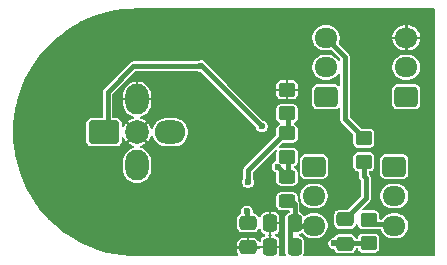
<source format=gbr>
%TF.GenerationSoftware,KiCad,Pcbnew,9.0.4*%
%TF.CreationDate,2025-12-19T12:51:36+01:00*%
%TF.ProjectId,neverx_daugther,6e657665-7278-45f6-9461-756774686572,rev?*%
%TF.SameCoordinates,Original*%
%TF.FileFunction,Copper,L1,Top*%
%TF.FilePolarity,Positive*%
%FSLAX46Y46*%
G04 Gerber Fmt 4.6, Leading zero omitted, Abs format (unit mm)*
G04 Created by KiCad (PCBNEW 9.0.4) date 2025-12-19 12:51:36*
%MOMM*%
%LPD*%
G01*
G04 APERTURE LIST*
G04 Aperture macros list*
%AMRoundRect*
0 Rectangle with rounded corners*
0 $1 Rounding radius*
0 $2 $3 $4 $5 $6 $7 $8 $9 X,Y pos of 4 corners*
0 Add a 4 corners polygon primitive as box body*
4,1,4,$2,$3,$4,$5,$6,$7,$8,$9,$2,$3,0*
0 Add four circle primitives for the rounded corners*
1,1,$1+$1,$2,$3*
1,1,$1+$1,$4,$5*
1,1,$1+$1,$6,$7*
1,1,$1+$1,$8,$9*
0 Add four rect primitives between the rounded corners*
20,1,$1+$1,$2,$3,$4,$5,0*
20,1,$1+$1,$4,$5,$6,$7,0*
20,1,$1+$1,$6,$7,$8,$9,0*
20,1,$1+$1,$8,$9,$2,$3,0*%
G04 Aperture macros list end*
%TA.AperFunction,SMDPad,CuDef*%
%ADD10RoundRect,0.250000X0.450000X-0.350000X0.450000X0.350000X-0.450000X0.350000X-0.450000X-0.350000X0*%
%TD*%
%TA.AperFunction,SMDPad,CuDef*%
%ADD11RoundRect,0.250000X-0.475000X0.337500X-0.475000X-0.337500X0.475000X-0.337500X0.475000X0.337500X0*%
%TD*%
%TA.AperFunction,SMDPad,CuDef*%
%ADD12RoundRect,0.250000X0.475000X-0.337500X0.475000X0.337500X-0.475000X0.337500X-0.475000X-0.337500X0*%
%TD*%
%TA.AperFunction,SMDPad,CuDef*%
%ADD13RoundRect,0.250000X0.337500X0.475000X-0.337500X0.475000X-0.337500X-0.475000X0.337500X-0.475000X0*%
%TD*%
%TA.AperFunction,SMDPad,CuDef*%
%ADD14RoundRect,0.250000X0.450000X-0.325000X0.450000X0.325000X-0.450000X0.325000X-0.450000X-0.325000X0*%
%TD*%
%TA.AperFunction,ComponentPad*%
%ADD15RoundRect,0.300000X-1.000000X-0.700000X1.000000X-0.700000X1.000000X0.700000X-1.000000X0.700000X0*%
%TD*%
%TA.AperFunction,ComponentPad*%
%ADD16RoundRect,1.000000X0.000010X-0.300000X0.000010X0.300000X-0.000010X0.300000X-0.000010X-0.300000X0*%
%TD*%
%TA.AperFunction,ComponentPad*%
%ADD17RoundRect,1.000000X-0.300000X-0.000010X0.300000X-0.000010X0.300000X0.000010X-0.300000X0.000010X0*%
%TD*%
%TA.AperFunction,ComponentPad*%
%ADD18RoundRect,1.000000X-0.000010X0.300000X-0.000010X-0.300000X0.000010X-0.300000X0.000010X0.300000X0*%
%TD*%
%TA.AperFunction,ComponentPad*%
%ADD19C,2.000000*%
%TD*%
%TA.AperFunction,ComponentPad*%
%ADD20RoundRect,0.250000X0.725000X-0.600000X0.725000X0.600000X-0.725000X0.600000X-0.725000X-0.600000X0*%
%TD*%
%TA.AperFunction,ComponentPad*%
%ADD21O,1.950000X1.700000*%
%TD*%
%TA.AperFunction,ComponentPad*%
%ADD22RoundRect,0.250000X-0.725000X0.600000X-0.725000X-0.600000X0.725000X-0.600000X0.725000X0.600000X0*%
%TD*%
%TA.AperFunction,ViaPad*%
%ADD23C,0.600000*%
%TD*%
%TA.AperFunction,Conductor*%
%ADD24C,0.400000*%
%TD*%
G04 APERTURE END LIST*
D10*
%TO.P,R4,1*%
%TO.N,Net-(U1-INA-)*%
X119200000Y-102500000D03*
%TO.P,R4,2*%
%TO.N,A-*%
X119200000Y-100500000D03*
%TD*%
%TO.P,R3,1*%
%TO.N,Net-(U1-INA+)*%
X119600000Y-109400000D03*
%TO.P,R3,2*%
%TO.N,A+*%
X119600000Y-107400000D03*
%TD*%
D11*
%TO.P,C6,1*%
%TO.N,Net-(U1-VBG)*%
X109400000Y-107662500D03*
%TO.P,C6,2*%
%TO.N,E-*%
X109400000Y-109737500D03*
%TD*%
D10*
%TO.P,R2,1*%
%TO.N,Net-(U1-VFB)*%
X112700000Y-98400000D03*
%TO.P,R2,2*%
%TO.N,E-*%
X112700000Y-96400000D03*
%TD*%
D12*
%TO.P,C7,1*%
%TO.N,Net-(U1-INA+)*%
X117600000Y-109437500D03*
%TO.P,C7,2*%
%TO.N,Net-(U1-INA-)*%
X117600000Y-107362500D03*
%TD*%
D13*
%TO.P,C5,1*%
%TO.N,E+*%
X113337500Y-109700000D03*
%TO.P,C5,2*%
%TO.N,E-*%
X111262500Y-109700000D03*
%TD*%
%TO.P,C4,1*%
%TO.N,E+*%
X113337500Y-107700000D03*
%TO.P,C4,2*%
%TO.N,E-*%
X111262500Y-107700000D03*
%TD*%
D14*
%TO.P,L1,1,1*%
%TO.N,E+*%
X112700000Y-105825000D03*
%TO.P,L1,2,2*%
%TO.N,Net-(Q1-C)*%
X112700000Y-103775000D03*
%TD*%
D10*
%TO.P,R1,1*%
%TO.N,Net-(Q1-C)*%
X112700000Y-102100000D03*
%TO.P,R1,2*%
%TO.N,Net-(U1-VFB)*%
X112700000Y-100100000D03*
%TD*%
D15*
%TO.P,J1,1,Pin_1*%
%TO.N,+5V*%
X97200000Y-100000000D03*
D16*
%TO.P,J1,2,Pin_2*%
%TO.N,E-*%
X100000000Y-97200000D03*
D17*
%TO.P,J1,3,Pin_3*%
%TO.N,Net-(J1-Pin_3)*%
X102800000Y-100000000D03*
D18*
%TO.P,J1,4,Pin_4*%
%TO.N,Net-(J1-Pin_4)*%
X100000000Y-102800000D03*
D19*
%TO.P,J1,5,Pin_5*%
%TO.N,E-*%
X100000000Y-100000000D03*
%TD*%
D20*
%TO.P,J2,1,Pin_1*%
%TO.N,Net-(J2-Pin_1)*%
X122800000Y-97000000D03*
D21*
%TO.P,J2,2,Pin_2*%
%TO.N,Net-(J2-Pin_2)*%
X122800000Y-94500000D03*
%TO.P,J2,3,Pin_3*%
%TO.N,E-*%
X122800000Y-92000000D03*
%TD*%
D22*
%TO.P,J4,1,Pin_1*%
%TO.N,Net-(J2-Pin_1)*%
X121775000Y-102900000D03*
D21*
%TO.P,J4,2,Pin_2*%
%TO.N,Net-(J4-Pin_2)*%
X121775000Y-105400000D03*
%TO.P,J4,3,Pin_3*%
%TO.N,A+*%
X121775000Y-107900000D03*
%TD*%
D22*
%TO.P,J5,1,Pin_1*%
%TO.N,Net-(J3-Pin_1)*%
X114975000Y-102900000D03*
D21*
%TO.P,J5,2,Pin_2*%
%TO.N,Net-(J4-Pin_2)*%
X114975000Y-105400000D03*
%TO.P,J5,3,Pin_3*%
%TO.N,E+*%
X114975000Y-107900000D03*
%TD*%
D20*
%TO.P,J3,1,Pin_1*%
%TO.N,Net-(J3-Pin_1)*%
X116000000Y-97000000D03*
D21*
%TO.P,J3,2,Pin_2*%
%TO.N,Net-(J2-Pin_2)*%
X116000000Y-94500000D03*
%TO.P,J3,3,Pin_3*%
%TO.N,A-*%
X116000000Y-92000000D03*
%TD*%
D23*
%TO.N,E-*%
X120000000Y-96000000D03*
X97750000Y-104250000D03*
X104750000Y-98750000D03*
X124000000Y-104000000D03*
X109000000Y-100000000D03*
X92500000Y-94750000D03*
X111750000Y-90750000D03*
X120750000Y-101250000D03*
X96000000Y-109000000D03*
X108000000Y-103000000D03*
X124000000Y-102000000D03*
X98250000Y-101750000D03*
X124000000Y-99000000D03*
X103750000Y-101500000D03*
X93000000Y-97000000D03*
X100000000Y-91000000D03*
X121750000Y-110000000D03*
X114000000Y-101000000D03*
X95250000Y-108250000D03*
X97000000Y-92000000D03*
X101750000Y-101500000D03*
X117000000Y-101000000D03*
X101000000Y-106000000D03*
X96250000Y-98000000D03*
X101000000Y-108000000D03*
X90750000Y-98750000D03*
X98250000Y-98250000D03*
X110000000Y-92500000D03*
X118000000Y-91000000D03*
X93000000Y-105000000D03*
X124000000Y-110000000D03*
X120000000Y-92000000D03*
X124000000Y-108500000D03*
X114000000Y-95000000D03*
X114000000Y-90500000D03*
X103000000Y-95500000D03*
X111000000Y-94000000D03*
X120250000Y-106250000D03*
X99750000Y-105500000D03*
X94250000Y-92500000D03*
X93250000Y-100750000D03*
X120000000Y-98000000D03*
X108000000Y-106000000D03*
X103750000Y-104250000D03*
X97000000Y-102000000D03*
X116250000Y-106750000D03*
X120250000Y-104250000D03*
X103000000Y-103000000D03*
X113000000Y-92000000D03*
X95000000Y-95000000D03*
X95750000Y-103000000D03*
X117000000Y-104000000D03*
X124000000Y-107000000D03*
X124500000Y-105250000D03*
X104500000Y-95500000D03*
X100250000Y-110000000D03*
X109000000Y-95250000D03*
X107500000Y-105000000D03*
X101250000Y-98750000D03*
X91500000Y-102500000D03*
X114000000Y-97250000D03*
X116250000Y-98750000D03*
X103250000Y-110000000D03*
X113000000Y-93500000D03*
X107500000Y-101750000D03*
X99250000Y-93750000D03*
X104000000Y-93000000D03*
X102000000Y-92000000D03*
X104250000Y-90250000D03*
X110000000Y-91000000D03*
X108000000Y-109000000D03*
%TO.N,+5V*%
X105400000Y-94400000D03*
X110575000Y-99500000D03*
%TO.N,Net-(U1-VBG)*%
X109300000Y-106700000D03*
%TO.N,Net-(U1-INA-)*%
X117600000Y-107562500D03*
%TO.N,Net-(U1-INA+)*%
X116700000Y-109400000D03*
%TO.N,Net-(U1-VFB)*%
X109400000Y-104200000D03*
%TO.N,Net-(Q1-C)*%
X111900000Y-102900000D03*
%TD*%
D24*
%TO.N,+5V*%
X99700000Y-94400000D02*
X103900000Y-94400000D01*
X97500000Y-96600000D02*
X99700000Y-94400000D01*
X97500000Y-100000000D02*
X97500000Y-96600000D01*
X103900000Y-94400000D02*
X105475000Y-94400000D01*
X103900000Y-94400000D02*
X105400000Y-94400000D01*
X105475000Y-94400000D02*
X110575000Y-99500000D01*
%TO.N,E+*%
X113337500Y-107700000D02*
X113337500Y-106062500D01*
X112937500Y-109300000D02*
X112937500Y-108100000D01*
X112800000Y-105925000D02*
X112700000Y-105825000D01*
X113337500Y-109700000D02*
X112937500Y-109300000D01*
X114975000Y-107900000D02*
X113537500Y-107900000D01*
X113537500Y-107900000D02*
X113337500Y-107700000D01*
X113200000Y-105925000D02*
X112800000Y-105925000D01*
X112937500Y-108100000D02*
X113337500Y-107700000D01*
X113337500Y-106062500D02*
X113200000Y-105925000D01*
%TO.N,Net-(U1-VBG)*%
X109300000Y-107562500D02*
X109400000Y-107662500D01*
X109300000Y-106700000D02*
X109300000Y-107562500D01*
%TO.N,Net-(U1-INA-)*%
X119200000Y-103700000D02*
X119200000Y-102500000D01*
X119400000Y-103900000D02*
X119200000Y-103700000D01*
X117600000Y-107362500D02*
X119400000Y-105562500D01*
X119400000Y-105562500D02*
X119400000Y-103900000D01*
%TO.N,Net-(U1-INA+)*%
X116700000Y-109400000D02*
X119600000Y-109400000D01*
%TO.N,Net-(U1-VFB)*%
X112400000Y-100200000D02*
X109400000Y-103200000D01*
X112800000Y-98600000D02*
X112700000Y-98500000D01*
X112800000Y-100000000D02*
X112800000Y-98600000D01*
X112700000Y-98500000D02*
X112700000Y-98400000D01*
X112700000Y-100100000D02*
X112600000Y-100200000D01*
X112600000Y-100200000D02*
X112400000Y-100200000D01*
X109400000Y-103200000D02*
X109400000Y-104200000D01*
X112700000Y-100100000D02*
X112800000Y-100000000D01*
%TO.N,A+*%
X119600000Y-107400000D02*
X120000000Y-107800000D01*
X120000000Y-107800000D02*
X121675000Y-107800000D01*
X121675000Y-107800000D02*
X121775000Y-107900000D01*
%TO.N,A-*%
X119200000Y-100500000D02*
X117600000Y-98900000D01*
X117600000Y-93600000D02*
X116000000Y-92000000D01*
X117600000Y-98900000D02*
X117600000Y-93600000D01*
%TO.N,Net-(Q1-C)*%
X112800000Y-103675000D02*
X112700000Y-103775000D01*
X112800000Y-102300000D02*
X112800000Y-103675000D01*
X112475000Y-103650000D02*
X112475000Y-103475000D01*
X112600000Y-103775000D02*
X112475000Y-103650000D01*
X112475000Y-103475000D02*
X111900000Y-102900000D01*
X112700000Y-102200000D02*
X112800000Y-102300000D01*
X112700000Y-102100000D02*
X112700000Y-102200000D01*
X112700000Y-103775000D02*
X112600000Y-103775000D01*
%TD*%
%TA.AperFunction,Conductor*%
%TO.N,E-*%
G36*
X125158691Y-89519407D02*
G01*
X125194655Y-89568907D01*
X125199500Y-89599500D01*
X125199500Y-110400500D01*
X125180593Y-110458691D01*
X125131093Y-110494655D01*
X125100500Y-110499500D01*
X114178263Y-110499500D01*
X114120072Y-110480593D01*
X114084108Y-110431093D01*
X114084108Y-110369907D01*
X114084819Y-110367802D01*
X114122646Y-110259699D01*
X114125499Y-110229273D01*
X114125500Y-110229273D01*
X114125500Y-109334108D01*
X116199500Y-109334108D01*
X116199500Y-109465892D01*
X116228248Y-109573183D01*
X116233609Y-109593190D01*
X116299496Y-109707309D01*
X116299498Y-109707311D01*
X116299500Y-109707314D01*
X116392686Y-109800500D01*
X116392688Y-109800501D01*
X116392690Y-109800503D01*
X116506810Y-109866390D01*
X116506808Y-109866390D01*
X116506812Y-109866391D01*
X116506814Y-109866392D01*
X116634108Y-109900500D01*
X116634110Y-109900500D01*
X116640376Y-109902179D01*
X116640055Y-109903373D01*
X116689225Y-109926820D01*
X116714529Y-109965940D01*
X116722207Y-109987884D01*
X116802845Y-110097144D01*
X116802847Y-110097146D01*
X116802850Y-110097150D01*
X116802853Y-110097152D01*
X116802855Y-110097154D01*
X116912116Y-110177792D01*
X116912117Y-110177792D01*
X116912118Y-110177793D01*
X117040301Y-110222646D01*
X117070725Y-110225499D01*
X117070727Y-110225500D01*
X117070734Y-110225500D01*
X118129273Y-110225500D01*
X118129273Y-110225499D01*
X118159699Y-110222646D01*
X118287882Y-110177793D01*
X118397150Y-110097150D01*
X118477793Y-109987882D01*
X118520161Y-109866802D01*
X118538038Y-109843322D01*
X118555414Y-109819407D01*
X118556521Y-109819047D01*
X118557226Y-109818122D01*
X118613605Y-109800500D01*
X118620143Y-109800500D01*
X118678334Y-109819407D01*
X118713587Y-109866802D01*
X118747207Y-109962883D01*
X118827845Y-110072144D01*
X118827847Y-110072146D01*
X118827850Y-110072150D01*
X118827853Y-110072152D01*
X118827855Y-110072154D01*
X118937116Y-110152792D01*
X118937117Y-110152792D01*
X118937118Y-110152793D01*
X119065301Y-110197646D01*
X119095725Y-110200499D01*
X119095727Y-110200500D01*
X119095734Y-110200500D01*
X120104273Y-110200500D01*
X120104273Y-110200499D01*
X120134699Y-110197646D01*
X120262882Y-110152793D01*
X120372150Y-110072150D01*
X120452793Y-109962882D01*
X120497646Y-109834699D01*
X120500499Y-109804273D01*
X120500500Y-109804273D01*
X120500500Y-108995727D01*
X120500499Y-108995725D01*
X120499367Y-108983650D01*
X120497646Y-108965301D01*
X120452793Y-108837118D01*
X120448234Y-108830941D01*
X120372154Y-108727855D01*
X120372152Y-108727853D01*
X120372150Y-108727850D01*
X120372146Y-108727847D01*
X120372144Y-108727845D01*
X120262883Y-108647207D01*
X120134703Y-108602355D01*
X120134694Y-108602353D01*
X120104274Y-108599500D01*
X120104266Y-108599500D01*
X119095734Y-108599500D01*
X119095725Y-108599500D01*
X119065305Y-108602353D01*
X119065296Y-108602355D01*
X118937116Y-108647207D01*
X118827855Y-108727845D01*
X118827845Y-108727855D01*
X118747207Y-108837116D01*
X118713587Y-108933198D01*
X118695709Y-108956677D01*
X118678334Y-108980593D01*
X118677226Y-108980952D01*
X118676522Y-108981878D01*
X118620143Y-108999500D01*
X118587361Y-108999500D01*
X118529170Y-108980593D01*
X118493917Y-108933198D01*
X118477793Y-108887118D01*
X118477791Y-108887116D01*
X118477791Y-108887114D01*
X118397154Y-108777855D01*
X118397152Y-108777853D01*
X118397150Y-108777850D01*
X118397146Y-108777847D01*
X118397144Y-108777845D01*
X118287883Y-108697207D01*
X118159703Y-108652355D01*
X118159694Y-108652353D01*
X118129274Y-108649500D01*
X118129266Y-108649500D01*
X117070734Y-108649500D01*
X117070725Y-108649500D01*
X117040305Y-108652353D01*
X117040296Y-108652355D01*
X116912116Y-108697207D01*
X116802855Y-108777845D01*
X116802846Y-108777854D01*
X116742746Y-108859288D01*
X116692979Y-108894881D01*
X116663091Y-108899500D01*
X116634108Y-108899500D01*
X116556200Y-108920375D01*
X116506809Y-108933609D01*
X116392690Y-108999496D01*
X116299496Y-109092690D01*
X116233609Y-109206809D01*
X116233608Y-109206814D01*
X116199500Y-109334108D01*
X114125500Y-109334108D01*
X114125500Y-109170727D01*
X114125499Y-109170725D01*
X114122646Y-109140305D01*
X114122646Y-109140301D01*
X114077793Y-109012118D01*
X114067118Y-108997654D01*
X113997154Y-108902855D01*
X113997152Y-108902853D01*
X113997150Y-108902850D01*
X113997146Y-108902847D01*
X113997144Y-108902845D01*
X113887883Y-108822207D01*
X113805682Y-108793444D01*
X113786173Y-108778590D01*
X113764920Y-108766367D01*
X113762234Y-108760363D01*
X113757002Y-108756379D01*
X113749950Y-108732896D01*
X113739940Y-108710514D01*
X113741296Y-108704078D01*
X113739405Y-108697779D01*
X113747502Y-108674637D01*
X113752560Y-108650644D01*
X113757264Y-108646739D01*
X113759613Y-108640027D01*
X113797961Y-108609627D01*
X113801756Y-108607929D01*
X113887882Y-108577793D01*
X113916709Y-108556517D01*
X113926468Y-108552153D01*
X113946771Y-108549984D01*
X113966142Y-108543529D01*
X113976501Y-108546809D01*
X113987307Y-108545655D01*
X114005007Y-108555834D01*
X114024473Y-108561998D01*
X114036884Y-108572516D01*
X114180345Y-108715977D01*
X114352402Y-108830941D01*
X114543580Y-108910130D01*
X114746535Y-108950500D01*
X114746536Y-108950500D01*
X115203464Y-108950500D01*
X115203465Y-108950500D01*
X115406420Y-108910130D01*
X115597598Y-108830941D01*
X115769655Y-108715977D01*
X115915977Y-108569655D01*
X116030941Y-108397598D01*
X116110130Y-108206420D01*
X116150500Y-108003465D01*
X116150500Y-107796535D01*
X116110130Y-107593580D01*
X116030941Y-107402402D01*
X115915977Y-107230345D01*
X115769655Y-107084023D01*
X115750992Y-107071553D01*
X115719836Y-107050735D01*
X115600092Y-106970725D01*
X116674500Y-106970725D01*
X116674500Y-107754274D01*
X116677353Y-107784694D01*
X116677355Y-107784703D01*
X116722207Y-107912883D01*
X116802845Y-108022144D01*
X116802847Y-108022146D01*
X116802850Y-108022150D01*
X116802853Y-108022152D01*
X116802855Y-108022154D01*
X116912116Y-108102792D01*
X116912117Y-108102792D01*
X116912118Y-108102793D01*
X117040301Y-108147646D01*
X117070725Y-108150499D01*
X117070727Y-108150500D01*
X117070734Y-108150500D01*
X118129273Y-108150500D01*
X118129273Y-108150499D01*
X118159699Y-108147646D01*
X118287882Y-108102793D01*
X118397150Y-108022150D01*
X118477793Y-107912882D01*
X118511041Y-107817863D01*
X118548106Y-107769184D01*
X118606706Y-107751587D01*
X118664458Y-107771795D01*
X118699302Y-107822089D01*
X118701205Y-107829438D01*
X118702354Y-107834702D01*
X118747207Y-107962883D01*
X118827845Y-108072144D01*
X118827847Y-108072146D01*
X118827850Y-108072150D01*
X118827853Y-108072152D01*
X118827855Y-108072154D01*
X118937116Y-108152792D01*
X118937117Y-108152792D01*
X118937118Y-108152793D01*
X119065301Y-108197646D01*
X119095725Y-108200499D01*
X119095727Y-108200500D01*
X119095734Y-108200500D01*
X119947273Y-108200500D01*
X120571268Y-108200500D01*
X120629459Y-108219407D01*
X120662732Y-108261614D01*
X120719058Y-108397597D01*
X120834020Y-108569651D01*
X120834023Y-108569655D01*
X120980345Y-108715977D01*
X121152402Y-108830941D01*
X121343580Y-108910130D01*
X121546535Y-108950500D01*
X121546536Y-108950500D01*
X122003464Y-108950500D01*
X122003465Y-108950500D01*
X122206420Y-108910130D01*
X122397598Y-108830941D01*
X122569655Y-108715977D01*
X122715977Y-108569655D01*
X122830941Y-108397598D01*
X122910130Y-108206420D01*
X122950500Y-108003465D01*
X122950500Y-107796535D01*
X122910130Y-107593580D01*
X122830941Y-107402402D01*
X122715977Y-107230345D01*
X122569655Y-107084023D01*
X122569651Y-107084020D01*
X122397597Y-106969058D01*
X122206418Y-106889869D01*
X122003467Y-106849500D01*
X122003465Y-106849500D01*
X121546535Y-106849500D01*
X121546532Y-106849500D01*
X121343581Y-106889869D01*
X121152402Y-106969058D01*
X120980348Y-107084020D01*
X120834020Y-107230348D01*
X120750397Y-107355501D01*
X120736599Y-107366377D01*
X120726272Y-107380593D01*
X120713167Y-107384850D01*
X120702347Y-107393381D01*
X120668081Y-107399500D01*
X120599500Y-107399500D01*
X120541309Y-107380593D01*
X120505345Y-107331093D01*
X120500500Y-107300500D01*
X120500500Y-106995727D01*
X120500499Y-106995725D01*
X120497646Y-106965301D01*
X120452793Y-106837118D01*
X120442118Y-106822654D01*
X120372154Y-106727855D01*
X120372152Y-106727853D01*
X120372150Y-106727850D01*
X120372146Y-106727847D01*
X120372144Y-106727845D01*
X120262883Y-106647207D01*
X120134703Y-106602355D01*
X120134694Y-106602353D01*
X120104274Y-106599500D01*
X120104266Y-106599500D01*
X119168401Y-106599500D01*
X119110210Y-106580593D01*
X119074246Y-106531093D01*
X119074246Y-106469907D01*
X119098397Y-106430496D01*
X119229397Y-106299496D01*
X119720480Y-105808413D01*
X119763682Y-105733585D01*
X119773169Y-105717153D01*
X119773179Y-105717134D01*
X119773206Y-105717088D01*
X119773207Y-105717087D01*
X119800500Y-105615227D01*
X119800500Y-105296532D01*
X120599500Y-105296532D01*
X120599500Y-105503467D01*
X120639869Y-105706418D01*
X120719058Y-105897597D01*
X120794011Y-106009773D01*
X120834023Y-106069655D01*
X120980345Y-106215977D01*
X121152402Y-106330941D01*
X121343580Y-106410130D01*
X121546535Y-106450500D01*
X121546536Y-106450500D01*
X122003464Y-106450500D01*
X122003465Y-106450500D01*
X122206420Y-106410130D01*
X122397598Y-106330941D01*
X122569655Y-106215977D01*
X122715977Y-106069655D01*
X122830941Y-105897598D01*
X122910130Y-105706420D01*
X122950500Y-105503465D01*
X122950500Y-105296535D01*
X122910130Y-105093580D01*
X122830941Y-104902402D01*
X122715977Y-104730345D01*
X122569655Y-104584023D01*
X122519484Y-104550500D01*
X122397597Y-104469058D01*
X122206418Y-104389869D01*
X122003467Y-104349500D01*
X122003465Y-104349500D01*
X121546535Y-104349500D01*
X121546532Y-104349500D01*
X121343581Y-104389869D01*
X121152402Y-104469058D01*
X120980348Y-104584020D01*
X120834020Y-104730348D01*
X120719058Y-104902402D01*
X120639869Y-105093581D01*
X120599500Y-105296532D01*
X119800500Y-105296532D01*
X119800500Y-103960714D01*
X119800501Y-103960701D01*
X119800501Y-103847272D01*
X119800500Y-103847270D01*
X119793767Y-103822144D01*
X119773207Y-103745413D01*
X119739292Y-103686671D01*
X119720480Y-103654087D01*
X119645913Y-103579520D01*
X119645911Y-103579519D01*
X119637653Y-103571260D01*
X119637648Y-103571255D01*
X119629493Y-103563100D01*
X119601718Y-103508582D01*
X119600500Y-103493100D01*
X119600500Y-103399500D01*
X119619407Y-103341309D01*
X119668907Y-103305345D01*
X119699500Y-103300500D01*
X119704273Y-103300500D01*
X119704273Y-103300499D01*
X119734699Y-103297646D01*
X119862882Y-103252793D01*
X119972150Y-103172150D01*
X120052793Y-103062882D01*
X120097646Y-102934699D01*
X120100499Y-102904273D01*
X120100500Y-102904273D01*
X120100500Y-102245725D01*
X120599500Y-102245725D01*
X120599500Y-103554274D01*
X120602353Y-103584694D01*
X120602355Y-103584703D01*
X120647207Y-103712883D01*
X120727845Y-103822144D01*
X120727847Y-103822146D01*
X120727850Y-103822150D01*
X120727853Y-103822152D01*
X120727855Y-103822154D01*
X120837116Y-103902792D01*
X120837117Y-103902792D01*
X120837118Y-103902793D01*
X120965301Y-103947646D01*
X120995725Y-103950499D01*
X120995727Y-103950500D01*
X120995734Y-103950500D01*
X122554273Y-103950500D01*
X122554273Y-103950499D01*
X122584699Y-103947646D01*
X122712882Y-103902793D01*
X122822150Y-103822150D01*
X122902793Y-103712882D01*
X122947646Y-103584699D01*
X122950499Y-103554273D01*
X122950500Y-103554273D01*
X122950500Y-102245727D01*
X122950499Y-102245725D01*
X122947646Y-102215305D01*
X122947646Y-102215301D01*
X122902793Y-102087118D01*
X122886694Y-102065305D01*
X122822154Y-101977855D01*
X122822152Y-101977853D01*
X122822150Y-101977850D01*
X122822146Y-101977847D01*
X122822144Y-101977845D01*
X122712883Y-101897207D01*
X122584703Y-101852355D01*
X122584694Y-101852353D01*
X122554274Y-101849500D01*
X122554266Y-101849500D01*
X120995734Y-101849500D01*
X120995725Y-101849500D01*
X120965305Y-101852353D01*
X120965296Y-101852355D01*
X120837116Y-101897207D01*
X120727855Y-101977845D01*
X120727845Y-101977855D01*
X120647207Y-102087116D01*
X120602355Y-102215296D01*
X120602353Y-102215305D01*
X120599500Y-102245725D01*
X120100500Y-102245725D01*
X120100500Y-102095727D01*
X120100499Y-102095725D01*
X120097646Y-102065305D01*
X120097646Y-102065301D01*
X120052793Y-101937118D01*
X119990235Y-101852355D01*
X119972154Y-101827855D01*
X119972152Y-101827853D01*
X119972150Y-101827850D01*
X119972146Y-101827847D01*
X119972144Y-101827845D01*
X119862883Y-101747207D01*
X119734703Y-101702355D01*
X119734694Y-101702353D01*
X119704274Y-101699500D01*
X119704266Y-101699500D01*
X118695734Y-101699500D01*
X118695725Y-101699500D01*
X118665305Y-101702353D01*
X118665296Y-101702355D01*
X118537116Y-101747207D01*
X118427855Y-101827845D01*
X118427845Y-101827855D01*
X118347207Y-101937116D01*
X118302355Y-102065296D01*
X118302353Y-102065305D01*
X118299500Y-102095725D01*
X118299500Y-102904274D01*
X118302353Y-102934694D01*
X118302355Y-102934703D01*
X118347207Y-103062883D01*
X118427845Y-103172144D01*
X118427847Y-103172146D01*
X118427850Y-103172150D01*
X118427853Y-103172152D01*
X118427855Y-103172154D01*
X118537116Y-103252792D01*
X118537117Y-103252792D01*
X118537118Y-103252793D01*
X118665301Y-103297646D01*
X118695725Y-103300499D01*
X118695727Y-103300500D01*
X118695734Y-103300500D01*
X118700500Y-103300500D01*
X118758691Y-103319407D01*
X118794655Y-103368907D01*
X118799500Y-103399500D01*
X118799500Y-103647273D01*
X118799500Y-103752727D01*
X118818103Y-103822154D01*
X118826794Y-103854592D01*
X118879519Y-103945913D01*
X118970503Y-104036895D01*
X118998281Y-104091411D01*
X118999500Y-104106899D01*
X118999500Y-105355599D01*
X118980593Y-105413790D01*
X118970504Y-105425603D01*
X117850603Y-106545504D01*
X117796086Y-106573281D01*
X117780599Y-106574500D01*
X117070725Y-106574500D01*
X117040305Y-106577353D01*
X117040296Y-106577355D01*
X116912116Y-106622207D01*
X116802855Y-106702845D01*
X116802845Y-106702855D01*
X116722207Y-106812116D01*
X116677355Y-106940296D01*
X116677353Y-106940305D01*
X116674500Y-106970725D01*
X115600092Y-106970725D01*
X115597597Y-106969058D01*
X115406418Y-106889869D01*
X115203467Y-106849500D01*
X115203465Y-106849500D01*
X114746535Y-106849500D01*
X114746532Y-106849500D01*
X114543581Y-106889869D01*
X114352402Y-106969058D01*
X114223862Y-107054945D01*
X114164973Y-107071553D01*
X114107570Y-107050375D01*
X114083921Y-107017266D01*
X114081258Y-107018674D01*
X114077792Y-107012116D01*
X113997154Y-106902855D01*
X113997152Y-106902853D01*
X113997150Y-106902850D01*
X113997146Y-106902847D01*
X113997144Y-106902845D01*
X113887884Y-106822207D01*
X113804301Y-106792960D01*
X113755621Y-106755894D01*
X113738000Y-106699516D01*
X113738000Y-106009774D01*
X113738000Y-106009773D01*
X113710707Y-105907913D01*
X113657980Y-105816587D01*
X113629495Y-105788102D01*
X113601719Y-105733585D01*
X113600500Y-105718099D01*
X113600500Y-105445727D01*
X113600499Y-105445725D01*
X113597646Y-105415301D01*
X113556087Y-105296532D01*
X113799500Y-105296532D01*
X113799500Y-105503467D01*
X113839870Y-105706419D01*
X113839870Y-105706421D01*
X113885173Y-105815792D01*
X113885174Y-105815793D01*
X113899212Y-105849683D01*
X113919058Y-105897597D01*
X113994011Y-106009773D01*
X114034023Y-106069655D01*
X114180345Y-106215977D01*
X114352402Y-106330941D01*
X114543580Y-106410130D01*
X114746535Y-106450500D01*
X114746536Y-106450500D01*
X115203464Y-106450500D01*
X115203465Y-106450500D01*
X115406420Y-106410130D01*
X115597598Y-106330941D01*
X115769655Y-106215977D01*
X115915977Y-106069655D01*
X116030941Y-105897598D01*
X116110130Y-105706420D01*
X116150500Y-105503465D01*
X116150500Y-105296535D01*
X116110130Y-105093580D01*
X116030941Y-104902402D01*
X115915977Y-104730345D01*
X115769655Y-104584023D01*
X115719484Y-104550500D01*
X115597597Y-104469058D01*
X115406418Y-104389869D01*
X115203467Y-104349500D01*
X115203465Y-104349500D01*
X114746535Y-104349500D01*
X114746532Y-104349500D01*
X114543581Y-104389869D01*
X114352402Y-104469058D01*
X114180348Y-104584020D01*
X114034020Y-104730348D01*
X113919058Y-104902402D01*
X113839869Y-105093581D01*
X113799500Y-105296532D01*
X113556087Y-105296532D01*
X113552793Y-105287118D01*
X113472150Y-105177850D01*
X113472146Y-105177847D01*
X113472144Y-105177845D01*
X113362883Y-105097207D01*
X113234703Y-105052355D01*
X113234694Y-105052353D01*
X113204274Y-105049500D01*
X113204266Y-105049500D01*
X112195734Y-105049500D01*
X112195725Y-105049500D01*
X112165305Y-105052353D01*
X112165296Y-105052355D01*
X112037116Y-105097207D01*
X111927855Y-105177845D01*
X111927845Y-105177855D01*
X111847207Y-105287116D01*
X111802355Y-105415296D01*
X111802353Y-105415305D01*
X111799500Y-105445725D01*
X111799500Y-106204274D01*
X111802353Y-106234694D01*
X111802355Y-106234703D01*
X111847207Y-106362883D01*
X111927845Y-106472144D01*
X111927847Y-106472146D01*
X111927850Y-106472150D01*
X111927853Y-106472152D01*
X111927855Y-106472154D01*
X112037116Y-106552792D01*
X112037117Y-106552792D01*
X112037118Y-106552793D01*
X112165301Y-106597646D01*
X112195725Y-106600499D01*
X112195727Y-106600500D01*
X112195734Y-106600500D01*
X112838000Y-106600500D01*
X112852912Y-106605345D01*
X112868593Y-106605345D01*
X112881278Y-106614561D01*
X112896191Y-106619407D01*
X112905407Y-106632092D01*
X112918093Y-106641309D01*
X112922938Y-106656221D01*
X112932155Y-106668907D01*
X112937000Y-106699500D01*
X112937000Y-106699516D01*
X112918093Y-106757707D01*
X112870699Y-106792960D01*
X112787115Y-106822207D01*
X112677855Y-106902845D01*
X112677845Y-106902855D01*
X112597207Y-107012116D01*
X112552355Y-107140296D01*
X112552353Y-107140305D01*
X112549500Y-107170725D01*
X112549500Y-107987587D01*
X112546127Y-108013209D01*
X112537000Y-108047273D01*
X112537000Y-109352726D01*
X112546127Y-109386790D01*
X112549500Y-109412412D01*
X112549500Y-110229274D01*
X112552353Y-110259694D01*
X112552353Y-110259698D01*
X112552354Y-110259699D01*
X112581051Y-110341712D01*
X112590181Y-110367802D01*
X112591554Y-110428972D01*
X112556711Y-110479267D01*
X112498959Y-110499475D01*
X112496737Y-110499500D01*
X112102734Y-110499500D01*
X112044543Y-110480593D01*
X112008579Y-110431093D01*
X112008579Y-110369907D01*
X112009289Y-110367803D01*
X112047149Y-110259601D01*
X112049999Y-110229211D01*
X112050000Y-110229210D01*
X112050000Y-109805001D01*
X112049999Y-109805000D01*
X110475000Y-109805000D01*
X110451253Y-109828747D01*
X110438699Y-109835143D01*
X110429068Y-109845429D01*
X110412115Y-109848688D01*
X110396736Y-109856524D01*
X110382820Y-109854319D01*
X110368983Y-109856980D01*
X110353352Y-109849652D01*
X110336304Y-109846952D01*
X110331852Y-109842500D01*
X108475002Y-109842500D01*
X108475001Y-109842501D01*
X108475001Y-110129203D01*
X108477850Y-110159600D01*
X108477850Y-110159602D01*
X108522655Y-110287649D01*
X108562556Y-110341712D01*
X108581898Y-110399759D01*
X108563427Y-110458090D01*
X108514197Y-110494423D01*
X108482901Y-110499500D01*
X100001501Y-110499500D01*
X99998511Y-110499455D01*
X99369046Y-110480434D01*
X99363077Y-110480073D01*
X98737402Y-110423217D01*
X98731465Y-110422496D01*
X98110367Y-110327966D01*
X98104485Y-110326888D01*
X97490234Y-110195032D01*
X97484427Y-110193601D01*
X96879248Y-110024895D01*
X96873539Y-110023116D01*
X96279650Y-109818177D01*
X96274058Y-109816056D01*
X95693637Y-109575637D01*
X95688184Y-109573183D01*
X95399231Y-109432492D01*
X95221157Y-109345788D01*
X108475000Y-109345788D01*
X108475000Y-109632499D01*
X108475001Y-109632500D01*
X109294999Y-109632500D01*
X109295000Y-109632499D01*
X109295000Y-108950001D01*
X109294999Y-108950000D01*
X108870796Y-108950000D01*
X108840399Y-108952850D01*
X108840397Y-108952850D01*
X108712352Y-108997654D01*
X108603209Y-109078207D01*
X108603207Y-109078209D01*
X108522654Y-109187352D01*
X108477850Y-109315398D01*
X108475000Y-109345788D01*
X95221157Y-109345788D01*
X95123328Y-109298155D01*
X95118033Y-109295376D01*
X94570817Y-108986744D01*
X94565699Y-108983650D01*
X94170058Y-108727850D01*
X94038113Y-108642541D01*
X94033198Y-108639149D01*
X94020757Y-108629995D01*
X93602390Y-108322154D01*
X93527166Y-108266803D01*
X93522459Y-108263115D01*
X93039836Y-107860899D01*
X93035360Y-107856933D01*
X92577910Y-107426318D01*
X92573681Y-107422089D01*
X92492902Y-107336276D01*
X92431196Y-107270725D01*
X108474500Y-107270725D01*
X108474500Y-108054274D01*
X108477353Y-108084694D01*
X108477355Y-108084703D01*
X108522207Y-108212883D01*
X108602845Y-108322144D01*
X108602847Y-108322146D01*
X108602850Y-108322150D01*
X108602853Y-108322152D01*
X108602855Y-108322154D01*
X108712116Y-108402792D01*
X108712117Y-108402792D01*
X108712118Y-108402793D01*
X108840301Y-108447646D01*
X108870725Y-108450499D01*
X108870727Y-108450500D01*
X108870734Y-108450500D01*
X109929273Y-108450500D01*
X109929273Y-108450499D01*
X109959699Y-108447646D01*
X110087882Y-108402793D01*
X110197150Y-108322150D01*
X110277793Y-108212882D01*
X110282575Y-108199213D01*
X110319637Y-108150536D01*
X110378237Y-108132937D01*
X110435990Y-108153143D01*
X110470835Y-108203437D01*
X110474911Y-108227279D01*
X110475001Y-108229206D01*
X110477850Y-108259600D01*
X110477850Y-108259602D01*
X110522654Y-108387647D01*
X110603207Y-108496790D01*
X110603209Y-108496792D01*
X110712352Y-108577345D01*
X110795831Y-108606555D01*
X110844512Y-108643621D01*
X110862109Y-108702221D01*
X110841901Y-108759973D01*
X110795831Y-108793445D01*
X110712352Y-108822654D01*
X110603209Y-108903207D01*
X110603207Y-108903209D01*
X110522654Y-109012352D01*
X110477850Y-109140398D01*
X110475000Y-109170788D01*
X110474892Y-109173102D01*
X110474783Y-109173096D01*
X110474783Y-109173103D01*
X110474653Y-109173090D01*
X110473859Y-109173053D01*
X110456093Y-109227736D01*
X110406593Y-109263700D01*
X110345407Y-109263700D01*
X110295907Y-109227736D01*
X110282556Y-109202243D01*
X110277346Y-109187354D01*
X110196792Y-109078209D01*
X110196790Y-109078207D01*
X110087647Y-108997654D01*
X109959601Y-108952850D01*
X109929211Y-108950000D01*
X109505001Y-108950000D01*
X109505000Y-108950001D01*
X109505000Y-109632499D01*
X109505001Y-109632500D01*
X110324998Y-109632500D01*
X110348745Y-109608753D01*
X110361299Y-109602355D01*
X110370931Y-109592070D01*
X110387881Y-109588811D01*
X110403261Y-109580975D01*
X110417178Y-109583179D01*
X110431016Y-109580519D01*
X110446644Y-109587845D01*
X110463693Y-109590546D01*
X110469824Y-109595000D01*
X111157499Y-109595000D01*
X111157500Y-109594999D01*
X111157500Y-108775001D01*
X111152502Y-108770003D01*
X111141977Y-108749347D01*
X111128351Y-108730592D01*
X111128351Y-108722602D01*
X111124725Y-108715486D01*
X111128351Y-108692591D01*
X111128351Y-108669406D01*
X111133302Y-108661325D01*
X111134296Y-108655054D01*
X111141656Y-108647693D01*
X111152503Y-108629994D01*
X111157500Y-108624997D01*
X111157500Y-107805001D01*
X111367500Y-107805001D01*
X111367500Y-108624998D01*
X111372497Y-108629995D01*
X111383021Y-108650650D01*
X111396648Y-108669406D01*
X111396648Y-108677395D01*
X111400274Y-108684512D01*
X111396648Y-108707406D01*
X111396648Y-108730592D01*
X111391952Y-108737054D01*
X111390703Y-108744944D01*
X111372498Y-108770002D01*
X111367500Y-108775000D01*
X111367500Y-109594999D01*
X111367501Y-109595000D01*
X112049998Y-109595000D01*
X112049999Y-109594999D01*
X112049999Y-109170796D01*
X112047149Y-109140399D01*
X112047149Y-109140397D01*
X112002345Y-109012352D01*
X111921792Y-108903209D01*
X111921790Y-108903207D01*
X111812647Y-108822655D01*
X111729168Y-108793445D01*
X111680487Y-108756380D01*
X111662890Y-108697779D01*
X111683098Y-108640027D01*
X111729168Y-108606555D01*
X111812647Y-108577344D01*
X111921790Y-108496792D01*
X111921792Y-108496790D01*
X112002345Y-108387647D01*
X112047149Y-108259601D01*
X112049999Y-108229211D01*
X112050000Y-108229210D01*
X112050000Y-107805001D01*
X112049999Y-107805000D01*
X111367501Y-107805000D01*
X111367500Y-107805001D01*
X111157500Y-107805001D01*
X111157500Y-106775001D01*
X111367500Y-106775001D01*
X111367500Y-107594999D01*
X111367501Y-107595000D01*
X112049998Y-107595000D01*
X112049999Y-107594999D01*
X112049999Y-107170796D01*
X112047149Y-107140399D01*
X112047149Y-107140397D01*
X112002345Y-107012352D01*
X111921792Y-106903209D01*
X111921790Y-106903207D01*
X111812647Y-106822654D01*
X111684601Y-106777850D01*
X111654211Y-106775000D01*
X111367501Y-106775000D01*
X111367500Y-106775001D01*
X111157500Y-106775001D01*
X111157499Y-106775000D01*
X110870796Y-106775000D01*
X110840399Y-106777850D01*
X110840397Y-106777850D01*
X110712352Y-106822654D01*
X110603209Y-106903207D01*
X110603207Y-106903209D01*
X110522653Y-107012354D01*
X110476213Y-107145075D01*
X110439148Y-107193755D01*
X110380548Y-107211352D01*
X110322796Y-107191144D01*
X110289325Y-107145075D01*
X110277793Y-107112118D01*
X110277791Y-107112116D01*
X110277791Y-107112114D01*
X110197154Y-107002855D01*
X110197152Y-107002853D01*
X110197150Y-107002850D01*
X110197146Y-107002847D01*
X110197144Y-107002845D01*
X110087883Y-106922207D01*
X109959703Y-106877355D01*
X109959694Y-106877353D01*
X109929274Y-106874500D01*
X109929266Y-106874500D01*
X109899089Y-106874500D01*
X109840898Y-106855593D01*
X109804934Y-106806093D01*
X109801838Y-106772381D01*
X109800500Y-106772381D01*
X109800500Y-106634109D01*
X109791992Y-106602355D01*
X109766392Y-106506814D01*
X109766390Y-106506811D01*
X109766390Y-106506809D01*
X109700503Y-106392690D01*
X109700501Y-106392688D01*
X109700500Y-106392686D01*
X109607314Y-106299500D01*
X109607311Y-106299498D01*
X109607309Y-106299496D01*
X109493189Y-106233609D01*
X109493191Y-106233609D01*
X109427393Y-106215979D01*
X109365892Y-106199500D01*
X109234108Y-106199500D01*
X109172607Y-106215979D01*
X109106809Y-106233609D01*
X108992690Y-106299496D01*
X108899496Y-106392690D01*
X108833609Y-106506809D01*
X108823241Y-106545504D01*
X108799500Y-106634108D01*
X108799500Y-106765892D01*
X108806528Y-106792124D01*
X108803326Y-106853225D01*
X108764821Y-106900775D01*
X108743602Y-106911190D01*
X108712115Y-106922208D01*
X108602855Y-107002845D01*
X108602845Y-107002855D01*
X108522207Y-107112116D01*
X108477355Y-107240296D01*
X108477353Y-107240305D01*
X108474500Y-107270725D01*
X92431196Y-107270725D01*
X92143066Y-106964639D01*
X92139100Y-106960163D01*
X91736884Y-106477540D01*
X91733196Y-106472833D01*
X91605652Y-106299496D01*
X91360840Y-105966787D01*
X91357463Y-105961893D01*
X91016347Y-105434297D01*
X91013255Y-105429182D01*
X90704619Y-104881960D01*
X90701844Y-104876671D01*
X90630599Y-104730348D01*
X90503378Y-104469059D01*
X90426816Y-104311815D01*
X90424362Y-104306362D01*
X90237232Y-103854592D01*
X90183941Y-103725937D01*
X90181822Y-103720349D01*
X90172978Y-103694720D01*
X89976877Y-103126443D01*
X89975109Y-103120768D01*
X89806397Y-102515571D01*
X89804967Y-102509765D01*
X89803787Y-102504266D01*
X89673110Y-101895510D01*
X89672033Y-101889632D01*
X89643530Y-101702354D01*
X89577501Y-101268522D01*
X89576782Y-101262597D01*
X89519924Y-100636901D01*
X89519566Y-100630973D01*
X89500590Y-100002978D01*
X89500590Y-99997010D01*
X89519566Y-99369024D01*
X89519924Y-99363100D01*
X89530008Y-99252129D01*
X95699500Y-99252129D01*
X95699500Y-100747866D01*
X95699501Y-100747870D01*
X95705908Y-100807480D01*
X95705909Y-100807485D01*
X95756202Y-100942329D01*
X95819087Y-101026332D01*
X95842454Y-101057546D01*
X95842457Y-101057548D01*
X95842458Y-101057549D01*
X95957670Y-101143797D01*
X96092511Y-101194089D01*
X96092512Y-101194089D01*
X96092517Y-101194091D01*
X96152127Y-101200500D01*
X98247872Y-101200499D01*
X98307483Y-101194091D01*
X98404771Y-101157805D01*
X98442329Y-101143797D01*
X98442329Y-101143796D01*
X98442331Y-101143796D01*
X98557546Y-101057546D01*
X98643796Y-100942331D01*
X98646645Y-100934694D01*
X98694089Y-100807488D01*
X98694090Y-100807485D01*
X98694091Y-100807483D01*
X98700500Y-100747873D01*
X98700499Y-100505175D01*
X98719406Y-100446988D01*
X98768906Y-100411024D01*
X98830091Y-100411023D01*
X98879591Y-100446987D01*
X98887709Y-100460233D01*
X98973667Y-100628936D01*
X98973669Y-100628940D01*
X99078406Y-100773098D01*
X99506416Y-100345087D01*
X99519881Y-100368408D01*
X99631592Y-100480119D01*
X99654910Y-100493581D01*
X99226900Y-100921592D01*
X99371059Y-101026330D01*
X99371063Y-101026332D01*
X99539366Y-101112086D01*
X99672081Y-101155207D01*
X99721581Y-101191171D01*
X99740489Y-101249361D01*
X99721582Y-101307552D01*
X99672082Y-101343516D01*
X99664157Y-101345732D01*
X99657886Y-101347207D01*
X99616857Y-101356857D01*
X99515093Y-101401790D01*
X99413330Y-101446722D01*
X99229783Y-101572454D01*
X99072454Y-101729783D01*
X98946722Y-101913330D01*
X98918234Y-101977850D01*
X98856857Y-102116857D01*
X98856856Y-102116859D01*
X98856855Y-102116863D01*
X98805919Y-102333428D01*
X98805918Y-102333438D01*
X98799500Y-102425904D01*
X98799500Y-103174095D01*
X98805918Y-103266561D01*
X98805919Y-103266571D01*
X98853105Y-103467192D01*
X98856857Y-103483143D01*
X98901700Y-103584703D01*
X98946722Y-103686669D01*
X99072454Y-103870216D01*
X99072455Y-103870217D01*
X99072458Y-103870221D01*
X99229779Y-104027542D01*
X99229782Y-104027544D01*
X99229783Y-104027545D01*
X99256676Y-104045967D01*
X99413329Y-104153277D01*
X99616857Y-104243143D01*
X99768519Y-104278813D01*
X99833428Y-104294080D01*
X99833429Y-104294080D01*
X99833433Y-104294081D01*
X99891229Y-104298092D01*
X99925905Y-104300500D01*
X99925908Y-104300500D01*
X100074095Y-104300500D01*
X100104917Y-104298360D01*
X100166567Y-104294081D01*
X100383143Y-104243143D01*
X100586671Y-104153277D01*
X100614654Y-104134108D01*
X108899500Y-104134108D01*
X108899500Y-104265892D01*
X108929579Y-104378151D01*
X108933609Y-104393190D01*
X108999496Y-104507309D01*
X108999498Y-104507311D01*
X108999500Y-104507314D01*
X109092686Y-104600500D01*
X109092688Y-104600501D01*
X109092690Y-104600503D01*
X109206810Y-104666390D01*
X109206808Y-104666390D01*
X109206812Y-104666391D01*
X109206814Y-104666392D01*
X109334108Y-104700500D01*
X109334110Y-104700500D01*
X109465890Y-104700500D01*
X109465892Y-104700500D01*
X109593186Y-104666392D01*
X109593188Y-104666390D01*
X109593190Y-104666390D01*
X109707309Y-104600503D01*
X109707309Y-104600502D01*
X109707314Y-104600500D01*
X109800500Y-104507314D01*
X109822587Y-104469058D01*
X109866390Y-104393190D01*
X109866390Y-104393188D01*
X109866392Y-104393186D01*
X109900500Y-104265892D01*
X109900500Y-104134108D01*
X109866392Y-104006814D01*
X109866390Y-104006811D01*
X109866390Y-104006809D01*
X109813764Y-103915659D01*
X109800500Y-103866159D01*
X109800500Y-103406900D01*
X109819407Y-103348709D01*
X109829496Y-103336896D01*
X110740488Y-102425904D01*
X111657807Y-101508584D01*
X111712322Y-101480809D01*
X111772754Y-101490380D01*
X111816019Y-101533645D01*
X111825590Y-101594077D01*
X111821254Y-101611287D01*
X111802354Y-101665301D01*
X111802353Y-101665305D01*
X111799500Y-101695725D01*
X111799500Y-102332807D01*
X111780593Y-102390998D01*
X111731093Y-102426962D01*
X111726125Y-102428433D01*
X111706813Y-102433608D01*
X111706810Y-102433609D01*
X111592690Y-102499496D01*
X111499496Y-102592690D01*
X111433609Y-102706809D01*
X111433608Y-102706814D01*
X111399500Y-102834108D01*
X111399500Y-102965892D01*
X111420280Y-103043445D01*
X111433609Y-103093190D01*
X111499496Y-103207309D01*
X111499498Y-103207311D01*
X111499500Y-103207314D01*
X111592686Y-103300500D01*
X111706814Y-103366392D01*
X111726124Y-103371566D01*
X111777437Y-103404889D01*
X111799364Y-103462010D01*
X111799500Y-103467192D01*
X111799500Y-104154274D01*
X111802353Y-104184694D01*
X111802355Y-104184703D01*
X111847207Y-104312883D01*
X111927845Y-104422144D01*
X111927847Y-104422146D01*
X111927850Y-104422150D01*
X111927853Y-104422152D01*
X111927855Y-104422154D01*
X112037116Y-104502792D01*
X112037117Y-104502792D01*
X112037118Y-104502793D01*
X112165301Y-104547646D01*
X112195725Y-104550499D01*
X112195727Y-104550500D01*
X112195734Y-104550500D01*
X113204273Y-104550500D01*
X113204273Y-104550499D01*
X113234699Y-104547646D01*
X113362882Y-104502793D01*
X113472150Y-104422150D01*
X113552793Y-104312882D01*
X113597646Y-104184699D01*
X113600499Y-104154273D01*
X113600500Y-104154273D01*
X113600500Y-103395727D01*
X113600499Y-103395725D01*
X113597646Y-103365301D01*
X113552793Y-103237118D01*
X113530793Y-103207309D01*
X113472154Y-103127855D01*
X113472152Y-103127853D01*
X113472150Y-103127850D01*
X113472146Y-103127847D01*
X113472144Y-103127845D01*
X113362885Y-103047208D01*
X113362089Y-103046929D01*
X113352127Y-103043443D01*
X113303448Y-103006379D01*
X113285851Y-102947779D01*
X113306059Y-102890027D01*
X113352127Y-102856556D01*
X113362882Y-102852793D01*
X113388200Y-102834108D01*
X113399304Y-102825912D01*
X113472150Y-102772150D01*
X113552793Y-102662882D01*
X113597646Y-102534699D01*
X113600499Y-102504273D01*
X113600500Y-102504273D01*
X113600500Y-102245725D01*
X113799500Y-102245725D01*
X113799500Y-103554274D01*
X113802353Y-103584694D01*
X113802355Y-103584703D01*
X113847207Y-103712883D01*
X113927845Y-103822144D01*
X113927847Y-103822146D01*
X113927850Y-103822150D01*
X113927853Y-103822152D01*
X113927855Y-103822154D01*
X114037116Y-103902792D01*
X114037117Y-103902792D01*
X114037118Y-103902793D01*
X114165301Y-103947646D01*
X114195725Y-103950499D01*
X114195727Y-103950500D01*
X114195734Y-103950500D01*
X115754273Y-103950500D01*
X115754273Y-103950499D01*
X115784699Y-103947646D01*
X115912882Y-103902793D01*
X116022150Y-103822150D01*
X116102793Y-103712882D01*
X116147646Y-103584699D01*
X116150499Y-103554273D01*
X116150500Y-103554273D01*
X116150500Y-102245727D01*
X116150499Y-102245725D01*
X116147646Y-102215305D01*
X116147646Y-102215301D01*
X116102793Y-102087118D01*
X116086694Y-102065305D01*
X116022154Y-101977855D01*
X116022152Y-101977853D01*
X116022150Y-101977850D01*
X116022146Y-101977847D01*
X116022144Y-101977845D01*
X115912883Y-101897207D01*
X115784703Y-101852355D01*
X115784694Y-101852353D01*
X115754274Y-101849500D01*
X115754266Y-101849500D01*
X114195734Y-101849500D01*
X114195725Y-101849500D01*
X114165305Y-101852353D01*
X114165296Y-101852355D01*
X114037116Y-101897207D01*
X113927855Y-101977845D01*
X113927845Y-101977855D01*
X113847207Y-102087116D01*
X113802355Y-102215296D01*
X113802353Y-102215305D01*
X113799500Y-102245725D01*
X113600500Y-102245725D01*
X113600500Y-101695727D01*
X113600499Y-101695725D01*
X113597646Y-101665301D01*
X113552793Y-101537118D01*
X113511235Y-101480809D01*
X113472154Y-101427855D01*
X113472152Y-101427853D01*
X113472150Y-101427850D01*
X113472146Y-101427847D01*
X113472144Y-101427845D01*
X113362883Y-101347207D01*
X113234703Y-101302355D01*
X113234694Y-101302353D01*
X113204274Y-101299500D01*
X113204266Y-101299500D01*
X112195734Y-101299500D01*
X112195725Y-101299500D01*
X112165305Y-101302353D01*
X112165301Y-101302354D01*
X112111287Y-101321254D01*
X112050117Y-101322626D01*
X111999823Y-101287782D01*
X111979615Y-101230030D01*
X111997212Y-101171429D01*
X112008587Y-101157805D01*
X112236897Y-100929496D01*
X112291413Y-100901719D01*
X112306900Y-100900500D01*
X113204273Y-100900500D01*
X113204273Y-100900499D01*
X113234699Y-100897646D01*
X113362882Y-100852793D01*
X113472150Y-100772150D01*
X113552793Y-100662882D01*
X113597646Y-100534699D01*
X113600499Y-100504273D01*
X113600500Y-100504273D01*
X113600500Y-99695727D01*
X113600499Y-99695725D01*
X113597646Y-99665305D01*
X113597646Y-99665301D01*
X113552793Y-99537118D01*
X113533007Y-99510309D01*
X113472154Y-99427855D01*
X113472152Y-99427853D01*
X113472150Y-99427850D01*
X113472146Y-99427847D01*
X113472144Y-99427845D01*
X113362885Y-99347208D01*
X113362089Y-99346929D01*
X113352127Y-99343443D01*
X113303448Y-99306379D01*
X113285851Y-99247779D01*
X113306059Y-99190027D01*
X113352127Y-99156556D01*
X113362882Y-99152793D01*
X113472150Y-99072150D01*
X113552793Y-98962882D01*
X113597646Y-98834699D01*
X113600499Y-98804273D01*
X113600500Y-98804273D01*
X113600500Y-97995727D01*
X113600499Y-97995725D01*
X113597646Y-97965301D01*
X113552793Y-97837118D01*
X113534906Y-97812882D01*
X113472154Y-97727855D01*
X113472152Y-97727853D01*
X113472150Y-97727850D01*
X113472146Y-97727847D01*
X113472144Y-97727845D01*
X113362883Y-97647207D01*
X113234703Y-97602355D01*
X113234694Y-97602353D01*
X113204274Y-97599500D01*
X113204266Y-97599500D01*
X112195734Y-97599500D01*
X112195725Y-97599500D01*
X112165305Y-97602353D01*
X112165296Y-97602355D01*
X112037116Y-97647207D01*
X111927855Y-97727845D01*
X111927845Y-97727855D01*
X111847207Y-97837116D01*
X111802355Y-97965296D01*
X111802353Y-97965305D01*
X111799500Y-97995725D01*
X111799500Y-98804274D01*
X111802353Y-98834694D01*
X111802355Y-98834703D01*
X111847207Y-98962883D01*
X111927845Y-99072144D01*
X111927847Y-99072146D01*
X111927850Y-99072150D01*
X111927853Y-99072152D01*
X111927855Y-99072154D01*
X112037115Y-99152792D01*
X112047872Y-99156556D01*
X112096552Y-99193622D01*
X112114148Y-99252223D01*
X112093939Y-99309974D01*
X112047872Y-99343444D01*
X112037115Y-99347207D01*
X111927855Y-99427845D01*
X111927845Y-99427855D01*
X111847207Y-99537116D01*
X111802355Y-99665296D01*
X111802353Y-99665305D01*
X111799500Y-99695725D01*
X111799500Y-100193099D01*
X111780593Y-100251290D01*
X111770504Y-100263103D01*
X109079516Y-102954091D01*
X109026794Y-103045408D01*
X109026793Y-103045410D01*
X109022111Y-103062880D01*
X109022112Y-103062881D01*
X108999500Y-103147273D01*
X108999500Y-103866159D01*
X108986236Y-103915659D01*
X108933609Y-104006809D01*
X108928053Y-104027545D01*
X108899500Y-104134108D01*
X100614654Y-104134108D01*
X100770221Y-104027542D01*
X100927542Y-103870221D01*
X101053277Y-103686671D01*
X101143143Y-103483143D01*
X101194081Y-103266567D01*
X101200500Y-103174092D01*
X101200500Y-102425908D01*
X101194081Y-102333433D01*
X101143143Y-102116857D01*
X101053277Y-101913329D01*
X100962130Y-101780271D01*
X100927545Y-101729783D01*
X100927544Y-101729782D01*
X100927542Y-101729779D01*
X100770221Y-101572458D01*
X100770217Y-101572455D01*
X100770216Y-101572454D01*
X100636430Y-101480809D01*
X100586671Y-101446723D01*
X100383143Y-101356857D01*
X100342114Y-101347207D01*
X100335843Y-101345732D01*
X100283527Y-101314004D01*
X100259852Y-101257584D01*
X100273861Y-101198024D01*
X100320203Y-101158074D01*
X100327918Y-101155207D01*
X100460633Y-101112086D01*
X100628934Y-101026333D01*
X100773098Y-100921591D01*
X100345088Y-100493582D01*
X100368408Y-100480119D01*
X100480119Y-100368408D01*
X100493582Y-100345088D01*
X100921591Y-100773098D01*
X101026333Y-100628934D01*
X101112086Y-100460633D01*
X101155207Y-100327918D01*
X101191171Y-100278418D01*
X101249361Y-100259510D01*
X101307552Y-100278417D01*
X101343516Y-100327917D01*
X101345732Y-100335843D01*
X101356857Y-100383143D01*
X101423773Y-100534694D01*
X101446722Y-100586669D01*
X101572454Y-100770216D01*
X101572455Y-100770217D01*
X101572458Y-100770221D01*
X101729779Y-100927542D01*
X101729782Y-100927544D01*
X101729783Y-100927545D01*
X101751365Y-100942329D01*
X101913329Y-101053277D01*
X102116857Y-101143143D01*
X102240188Y-101172150D01*
X102333428Y-101194080D01*
X102333429Y-101194080D01*
X102333433Y-101194081D01*
X102390238Y-101198024D01*
X102425905Y-101200500D01*
X102425908Y-101200500D01*
X103174095Y-101200500D01*
X103209762Y-101198024D01*
X103266567Y-101194081D01*
X103483143Y-101143143D01*
X103686671Y-101053277D01*
X103870221Y-100927542D01*
X104027542Y-100770221D01*
X104153277Y-100586671D01*
X104243143Y-100383143D01*
X104294081Y-100166567D01*
X104300500Y-100074092D01*
X104300500Y-99925908D01*
X104294081Y-99833433D01*
X104243143Y-99616857D01*
X104153277Y-99413329D01*
X104042852Y-99252129D01*
X104027545Y-99229783D01*
X104027544Y-99229782D01*
X104027542Y-99229779D01*
X103870221Y-99072458D01*
X103870217Y-99072455D01*
X103870216Y-99072454D01*
X103726004Y-98973667D01*
X103686671Y-98946723D01*
X103483143Y-98856857D01*
X103483137Y-98856855D01*
X103483136Y-98856855D01*
X103266571Y-98805919D01*
X103266561Y-98805918D01*
X103174095Y-98799500D01*
X103174092Y-98799500D01*
X102425908Y-98799500D01*
X102425905Y-98799500D01*
X102333438Y-98805918D01*
X102333428Y-98805919D01*
X102116863Y-98856855D01*
X102116859Y-98856856D01*
X102116857Y-98856857D01*
X102015093Y-98901790D01*
X101913330Y-98946722D01*
X101729783Y-99072454D01*
X101572454Y-99229783D01*
X101446722Y-99413330D01*
X101434554Y-99440889D01*
X101356857Y-99616857D01*
X101348902Y-99650678D01*
X101345732Y-99664157D01*
X101314003Y-99716472D01*
X101257584Y-99740147D01*
X101198024Y-99726138D01*
X101158073Y-99679795D01*
X101155207Y-99672081D01*
X101112086Y-99539366D01*
X101026332Y-99371063D01*
X101026330Y-99371059D01*
X100921592Y-99226900D01*
X100493581Y-99654910D01*
X100480119Y-99631592D01*
X100368408Y-99519881D01*
X100345087Y-99506416D01*
X100773098Y-99078406D01*
X100628940Y-98973669D01*
X100628936Y-98973667D01*
X100460635Y-98887914D01*
X100327001Y-98844494D01*
X100277501Y-98808530D01*
X100258594Y-98750339D01*
X100277501Y-98692148D01*
X100327001Y-98656184D01*
X100334929Y-98653968D01*
X100382983Y-98642666D01*
X100586425Y-98552838D01*
X100769895Y-98427159D01*
X100927159Y-98269895D01*
X101052838Y-98086425D01*
X101142666Y-97882982D01*
X101142668Y-97882975D01*
X101193583Y-97666502D01*
X101193584Y-97666492D01*
X101200000Y-97574068D01*
X101200000Y-97305001D01*
X101199999Y-97305000D01*
X100568916Y-97305000D01*
X100559111Y-97268409D01*
X100480119Y-97131592D01*
X100443527Y-97095000D01*
X101199998Y-97095000D01*
X101199999Y-97094999D01*
X101199999Y-96825932D01*
X101193584Y-96733504D01*
X101193583Y-96733500D01*
X101142668Y-96517024D01*
X101142666Y-96517017D01*
X101052838Y-96313574D01*
X100927159Y-96130104D01*
X100769895Y-95972840D01*
X100586425Y-95847161D01*
X100382982Y-95757333D01*
X100382975Y-95757331D01*
X100166502Y-95706416D01*
X100166493Y-95706415D01*
X100105000Y-95702146D01*
X100105000Y-96906969D01*
X100078991Y-96900000D01*
X99921009Y-96900000D01*
X99895000Y-96906969D01*
X99895000Y-95702147D01*
X99894999Y-95702146D01*
X99833506Y-95706415D01*
X99833497Y-95706416D01*
X99617024Y-95757331D01*
X99617017Y-95757333D01*
X99413574Y-95847161D01*
X99230104Y-95972840D01*
X99072840Y-96130104D01*
X98947161Y-96313574D01*
X98857333Y-96517017D01*
X98857331Y-96517024D01*
X98806416Y-96733497D01*
X98806415Y-96733507D01*
X98800000Y-96825931D01*
X98800000Y-97094999D01*
X98800001Y-97095000D01*
X99556473Y-97095000D01*
X99519881Y-97131592D01*
X99440889Y-97268409D01*
X99431084Y-97305000D01*
X98800002Y-97305000D01*
X98800001Y-97305001D01*
X98800001Y-97574067D01*
X98806415Y-97666495D01*
X98806416Y-97666499D01*
X98857331Y-97882975D01*
X98857333Y-97882982D01*
X98947161Y-98086425D01*
X99072840Y-98269895D01*
X99230104Y-98427159D01*
X99413574Y-98552838D01*
X99617017Y-98642666D01*
X99617023Y-98642668D01*
X99665071Y-98653969D01*
X99717387Y-98685696D01*
X99741063Y-98742115D01*
X99727055Y-98801675D01*
X99680713Y-98841627D01*
X99672998Y-98844493D01*
X99539370Y-98887911D01*
X99371064Y-98973667D01*
X99226900Y-99078406D01*
X99654911Y-99506417D01*
X99631592Y-99519881D01*
X99519881Y-99631592D01*
X99506417Y-99654911D01*
X99078406Y-99226900D01*
X98973667Y-99371064D01*
X98887709Y-99539767D01*
X98844444Y-99583032D01*
X98784012Y-99592603D01*
X98729495Y-99564826D01*
X98701718Y-99510309D01*
X98700499Y-99494822D01*
X98700499Y-99252133D01*
X98700499Y-99252128D01*
X98694091Y-99192517D01*
X98693162Y-99190027D01*
X98643797Y-99057670D01*
X98557549Y-98942458D01*
X98557548Y-98942457D01*
X98557546Y-98942454D01*
X98557541Y-98942450D01*
X98442329Y-98856202D01*
X98307488Y-98805910D01*
X98307483Y-98805909D01*
X98307481Y-98805908D01*
X98307477Y-98805908D01*
X98276249Y-98802550D01*
X98247873Y-98799500D01*
X98247870Y-98799500D01*
X97999500Y-98799500D01*
X97941309Y-98780593D01*
X97905345Y-98731093D01*
X97900500Y-98700500D01*
X97900500Y-96806901D01*
X97919407Y-96748710D01*
X97929496Y-96736897D01*
X99836897Y-94829496D01*
X99891414Y-94801719D01*
X99906901Y-94800500D01*
X103847273Y-94800500D01*
X105066160Y-94800500D01*
X105115658Y-94813763D01*
X105206814Y-94866392D01*
X105334108Y-94900500D01*
X105368099Y-94900500D01*
X105426290Y-94919407D01*
X105438103Y-94929496D01*
X110055743Y-99547136D01*
X110081365Y-99591516D01*
X110088156Y-99616857D01*
X110108609Y-99693190D01*
X110174496Y-99807309D01*
X110174498Y-99807311D01*
X110174500Y-99807314D01*
X110267686Y-99900500D01*
X110267688Y-99900501D01*
X110267690Y-99900503D01*
X110381810Y-99966390D01*
X110381808Y-99966390D01*
X110381812Y-99966391D01*
X110381814Y-99966392D01*
X110509108Y-100000500D01*
X110509110Y-100000500D01*
X110640890Y-100000500D01*
X110640892Y-100000500D01*
X110768186Y-99966392D01*
X110768188Y-99966390D01*
X110768190Y-99966390D01*
X110882309Y-99900503D01*
X110882309Y-99900502D01*
X110882314Y-99900500D01*
X110975500Y-99807314D01*
X111027948Y-99716472D01*
X111041390Y-99693190D01*
X111041390Y-99693188D01*
X111041392Y-99693186D01*
X111075500Y-99565892D01*
X111075500Y-99434108D01*
X111041392Y-99306814D01*
X111041390Y-99306811D01*
X111041390Y-99306809D01*
X110975503Y-99192690D01*
X110975501Y-99192688D01*
X110975500Y-99192686D01*
X110882314Y-99099500D01*
X110882311Y-99099498D01*
X110882309Y-99099496D01*
X110768189Y-99033609D01*
X110768190Y-99033609D01*
X110666517Y-99006366D01*
X110622136Y-98980743D01*
X108146394Y-96505001D01*
X111800001Y-96505001D01*
X111800001Y-96804203D01*
X111802850Y-96834600D01*
X111802850Y-96834602D01*
X111847654Y-96962647D01*
X111928207Y-97071790D01*
X111928209Y-97071792D01*
X112037352Y-97152345D01*
X112165398Y-97197149D01*
X112195789Y-97199999D01*
X112594998Y-97199999D01*
X112595000Y-97199998D01*
X112595000Y-96505001D01*
X112805000Y-96505001D01*
X112805000Y-97199998D01*
X112805001Y-97199999D01*
X113204203Y-97199999D01*
X113234600Y-97197149D01*
X113234602Y-97197149D01*
X113362647Y-97152345D01*
X113471790Y-97071792D01*
X113471792Y-97071790D01*
X113552345Y-96962647D01*
X113597149Y-96834601D01*
X113599999Y-96804211D01*
X113600000Y-96804210D01*
X113600000Y-96505001D01*
X113599999Y-96505000D01*
X112805001Y-96505000D01*
X112805000Y-96505001D01*
X112595000Y-96505001D01*
X112594999Y-96505000D01*
X111800002Y-96505000D01*
X111800001Y-96505001D01*
X108146394Y-96505001D01*
X107637181Y-95995788D01*
X111800000Y-95995788D01*
X111800000Y-96294999D01*
X111800001Y-96295000D01*
X112594999Y-96295000D01*
X112595000Y-96294999D01*
X112595000Y-95600001D01*
X112805000Y-95600001D01*
X112805000Y-96294999D01*
X112805001Y-96295000D01*
X113599998Y-96295000D01*
X113599999Y-96294999D01*
X113599999Y-95995796D01*
X113597149Y-95965399D01*
X113597149Y-95965397D01*
X113552345Y-95837352D01*
X113471792Y-95728209D01*
X113471790Y-95728207D01*
X113362647Y-95647654D01*
X113234601Y-95602850D01*
X113204211Y-95600000D01*
X112805001Y-95600000D01*
X112805000Y-95600001D01*
X112595000Y-95600001D01*
X112594999Y-95600000D01*
X112195796Y-95600000D01*
X112165399Y-95602850D01*
X112165397Y-95602850D01*
X112037352Y-95647654D01*
X111928209Y-95728207D01*
X111928207Y-95728209D01*
X111847654Y-95837352D01*
X111802850Y-95965398D01*
X111800000Y-95995788D01*
X107637181Y-95995788D01*
X105891804Y-94250411D01*
X105869857Y-94212396D01*
X105868873Y-94212804D01*
X105866390Y-94206810D01*
X105800503Y-94092690D01*
X105800501Y-94092688D01*
X105800500Y-94092686D01*
X105707314Y-93999500D01*
X105707311Y-93999498D01*
X105707309Y-93999496D01*
X105593189Y-93933609D01*
X105593191Y-93933609D01*
X105543799Y-93920375D01*
X105465892Y-93899500D01*
X105334108Y-93899500D01*
X105206814Y-93933608D01*
X105206813Y-93933608D01*
X105206811Y-93933609D01*
X105161185Y-93959952D01*
X105115658Y-93986236D01*
X105066160Y-93999500D01*
X103952727Y-93999500D01*
X99752727Y-93999500D01*
X99647273Y-93999500D01*
X99584929Y-94016204D01*
X99545407Y-94026794D01*
X99454091Y-94079516D01*
X97179516Y-96354091D01*
X97126793Y-96445411D01*
X97126792Y-96445411D01*
X97126793Y-96445412D01*
X97099500Y-96547273D01*
X97099500Y-98700500D01*
X97080593Y-98758691D01*
X97031093Y-98794655D01*
X97000500Y-98799500D01*
X96152133Y-98799500D01*
X96152129Y-98799500D01*
X96152128Y-98799501D01*
X96144949Y-98800272D01*
X96092519Y-98805908D01*
X96092514Y-98805909D01*
X95957670Y-98856202D01*
X95842458Y-98942450D01*
X95842450Y-98942458D01*
X95756202Y-99057670D01*
X95705910Y-99192511D01*
X95705908Y-99192522D01*
X95702212Y-99226900D01*
X95699968Y-99247779D01*
X95699500Y-99252129D01*
X89530008Y-99252129D01*
X89576783Y-98737386D01*
X89577501Y-98731481D01*
X89672034Y-98110358D01*
X89673111Y-98104485D01*
X89684700Y-98050500D01*
X89804968Y-97490225D01*
X89806398Y-97484427D01*
X89856417Y-97305000D01*
X89975112Y-96879221D01*
X89976874Y-96873565D01*
X90181827Y-96279635D01*
X90183937Y-96274073D01*
X90424365Y-95693629D01*
X90426816Y-95688184D01*
X90468365Y-95602850D01*
X90701854Y-95123308D01*
X90704612Y-95118053D01*
X91013266Y-94570798D01*
X91016337Y-94565717D01*
X91357473Y-94038090D01*
X91360829Y-94033227D01*
X91733206Y-93527152D01*
X91736873Y-93522471D01*
X92139114Y-93039819D01*
X92143051Y-93035375D01*
X92573694Y-92577896D01*
X92577896Y-92573694D01*
X93035375Y-92143051D01*
X93039819Y-92139114D01*
X93330895Y-91896532D01*
X114824500Y-91896532D01*
X114824500Y-92103467D01*
X114864869Y-92306418D01*
X114944058Y-92497597D01*
X114996266Y-92575732D01*
X115059023Y-92669655D01*
X115205345Y-92815977D01*
X115377402Y-92930941D01*
X115568580Y-93010130D01*
X115771535Y-93050500D01*
X115771536Y-93050500D01*
X116228464Y-93050500D01*
X116228465Y-93050500D01*
X116389793Y-93018410D01*
X116450554Y-93025602D01*
X116479111Y-93045504D01*
X117170504Y-93736896D01*
X117198281Y-93791413D01*
X117199500Y-93806900D01*
X117199500Y-93890893D01*
X117180593Y-93949084D01*
X117131093Y-93985048D01*
X117069907Y-93985048D01*
X117020407Y-93949084D01*
X117018184Y-93945894D01*
X116940979Y-93830348D01*
X116940977Y-93830345D01*
X116794655Y-93684023D01*
X116794651Y-93684020D01*
X116622597Y-93569058D01*
X116431418Y-93489869D01*
X116228467Y-93449500D01*
X116228465Y-93449500D01*
X115771535Y-93449500D01*
X115771532Y-93449500D01*
X115568581Y-93489869D01*
X115377402Y-93569058D01*
X115205348Y-93684020D01*
X115059020Y-93830348D01*
X114944058Y-94002402D01*
X114864869Y-94193581D01*
X114824500Y-94396532D01*
X114824500Y-94603467D01*
X114864869Y-94806418D01*
X114944058Y-94997597D01*
X115037619Y-95137622D01*
X115059023Y-95169655D01*
X115205345Y-95315977D01*
X115377402Y-95430941D01*
X115568580Y-95510130D01*
X115771535Y-95550500D01*
X115771536Y-95550500D01*
X116228464Y-95550500D01*
X116228465Y-95550500D01*
X116431420Y-95510130D01*
X116622598Y-95430941D01*
X116794655Y-95315977D01*
X116940977Y-95169655D01*
X117018185Y-95054104D01*
X117066234Y-95016225D01*
X117127372Y-95013823D01*
X117178246Y-95047815D01*
X117199424Y-95105219D01*
X117199500Y-95109106D01*
X117199500Y-95994181D01*
X117180593Y-96052372D01*
X117131093Y-96088336D01*
X117069907Y-96088336D01*
X117041712Y-96073836D01*
X116937883Y-95997207D01*
X116809703Y-95952355D01*
X116809694Y-95952353D01*
X116779274Y-95949500D01*
X116779266Y-95949500D01*
X115220734Y-95949500D01*
X115220725Y-95949500D01*
X115190305Y-95952353D01*
X115190296Y-95952355D01*
X115062116Y-95997207D01*
X114952855Y-96077845D01*
X114952845Y-96077855D01*
X114872207Y-96187116D01*
X114827355Y-96315296D01*
X114827353Y-96315305D01*
X114824500Y-96345725D01*
X114824500Y-97654274D01*
X114827353Y-97684694D01*
X114827355Y-97684703D01*
X114872207Y-97812883D01*
X114952845Y-97922144D01*
X114952847Y-97922146D01*
X114952850Y-97922150D01*
X114952853Y-97922152D01*
X114952855Y-97922154D01*
X115062116Y-98002792D01*
X115062117Y-98002792D01*
X115062118Y-98002793D01*
X115190301Y-98047646D01*
X115220725Y-98050499D01*
X115220727Y-98050500D01*
X115220734Y-98050500D01*
X116779273Y-98050500D01*
X116779273Y-98050499D01*
X116809699Y-98047646D01*
X116937882Y-98002793D01*
X117041713Y-97926162D01*
X117099759Y-97906821D01*
X117158090Y-97925292D01*
X117194423Y-97974522D01*
X117199500Y-98005818D01*
X117199500Y-98847273D01*
X117199500Y-98952727D01*
X117212033Y-98999500D01*
X117226794Y-99054592D01*
X117279516Y-99145908D01*
X117279518Y-99145910D01*
X117279520Y-99145913D01*
X117797765Y-99664157D01*
X118270504Y-100136896D01*
X118298281Y-100191413D01*
X118299500Y-100206900D01*
X118299500Y-100904274D01*
X118302353Y-100934694D01*
X118302355Y-100934703D01*
X118347207Y-101062883D01*
X118427845Y-101172144D01*
X118427847Y-101172146D01*
X118427850Y-101172150D01*
X118427853Y-101172152D01*
X118427855Y-101172154D01*
X118537116Y-101252792D01*
X118537117Y-101252792D01*
X118537118Y-101252793D01*
X118665301Y-101297646D01*
X118695725Y-101300499D01*
X118695727Y-101300500D01*
X118695734Y-101300500D01*
X119704273Y-101300500D01*
X119704273Y-101300499D01*
X119734699Y-101297646D01*
X119862882Y-101252793D01*
X119972150Y-101172150D01*
X120052793Y-101062882D01*
X120097646Y-100934699D01*
X120100499Y-100904273D01*
X120100500Y-100904273D01*
X120100500Y-100095727D01*
X120100499Y-100095725D01*
X120098930Y-100078991D01*
X120097646Y-100065301D01*
X120052793Y-99937118D01*
X120040904Y-99921009D01*
X119972154Y-99827855D01*
X119972152Y-99827853D01*
X119972150Y-99827850D01*
X119972146Y-99827847D01*
X119972144Y-99827845D01*
X119862883Y-99747207D01*
X119734703Y-99702355D01*
X119734694Y-99702353D01*
X119704274Y-99699500D01*
X119704266Y-99699500D01*
X119006900Y-99699500D01*
X118948709Y-99680593D01*
X118936896Y-99670504D01*
X118029496Y-98763103D01*
X118001719Y-98708586D01*
X118000500Y-98693099D01*
X118000500Y-96345725D01*
X121624500Y-96345725D01*
X121624500Y-97654274D01*
X121627353Y-97684694D01*
X121627355Y-97684703D01*
X121672207Y-97812883D01*
X121752845Y-97922144D01*
X121752847Y-97922146D01*
X121752850Y-97922150D01*
X121752853Y-97922152D01*
X121752855Y-97922154D01*
X121862116Y-98002792D01*
X121862117Y-98002792D01*
X121862118Y-98002793D01*
X121990301Y-98047646D01*
X122020725Y-98050499D01*
X122020727Y-98050500D01*
X122020734Y-98050500D01*
X123579273Y-98050500D01*
X123579273Y-98050499D01*
X123609699Y-98047646D01*
X123737882Y-98002793D01*
X123847150Y-97922150D01*
X123927793Y-97812882D01*
X123972646Y-97684699D01*
X123975499Y-97654273D01*
X123975500Y-97654273D01*
X123975500Y-96345727D01*
X123975499Y-96345725D01*
X123972646Y-96315305D01*
X123972646Y-96315301D01*
X123927793Y-96187118D01*
X123847150Y-96077850D01*
X123847146Y-96077847D01*
X123847144Y-96077845D01*
X123737883Y-95997207D01*
X123609703Y-95952355D01*
X123609694Y-95952353D01*
X123579274Y-95949500D01*
X123579266Y-95949500D01*
X122020734Y-95949500D01*
X122020725Y-95949500D01*
X121990305Y-95952353D01*
X121990296Y-95952355D01*
X121862116Y-95997207D01*
X121752855Y-96077845D01*
X121752845Y-96077855D01*
X121672207Y-96187116D01*
X121627355Y-96315296D01*
X121627353Y-96315305D01*
X121624500Y-96345725D01*
X118000500Y-96345725D01*
X118000500Y-94396532D01*
X121624500Y-94396532D01*
X121624500Y-94603467D01*
X121664869Y-94806418D01*
X121744058Y-94997597D01*
X121837619Y-95137622D01*
X121859023Y-95169655D01*
X122005345Y-95315977D01*
X122177402Y-95430941D01*
X122368580Y-95510130D01*
X122571535Y-95550500D01*
X122571536Y-95550500D01*
X123028464Y-95550500D01*
X123028465Y-95550500D01*
X123231420Y-95510130D01*
X123422598Y-95430941D01*
X123594655Y-95315977D01*
X123740977Y-95169655D01*
X123855941Y-94997598D01*
X123935130Y-94806420D01*
X123975500Y-94603465D01*
X123975500Y-94396535D01*
X123935130Y-94193580D01*
X123855941Y-94002402D01*
X123740977Y-93830345D01*
X123594655Y-93684023D01*
X123594651Y-93684020D01*
X123422597Y-93569058D01*
X123231418Y-93489869D01*
X123028467Y-93449500D01*
X123028465Y-93449500D01*
X122571535Y-93449500D01*
X122571532Y-93449500D01*
X122368581Y-93489869D01*
X122177402Y-93569058D01*
X122005348Y-93684020D01*
X121859020Y-93830348D01*
X121744058Y-94002402D01*
X121664869Y-94193581D01*
X121624500Y-94396532D01*
X118000500Y-94396532D01*
X118000500Y-93660714D01*
X118000501Y-93660701D01*
X118000501Y-93547272D01*
X118000500Y-93547270D01*
X117994468Y-93524760D01*
X117973207Y-93445413D01*
X117920480Y-93354087D01*
X117845913Y-93279520D01*
X117845910Y-93279518D01*
X117105073Y-92538681D01*
X117077296Y-92484164D01*
X117083613Y-92430791D01*
X117116548Y-92351280D01*
X117135130Y-92306420D01*
X117175500Y-92103465D01*
X117175500Y-91896535D01*
X117175194Y-91894999D01*
X121625315Y-91894999D01*
X121625316Y-91895000D01*
X122336378Y-91895000D01*
X122325000Y-91937465D01*
X122325000Y-92062535D01*
X122336378Y-92105000D01*
X121625315Y-92105000D01*
X121665349Y-92306271D01*
X121744501Y-92497360D01*
X121744508Y-92497374D01*
X121859405Y-92669329D01*
X122005670Y-92815594D01*
X122177625Y-92930491D01*
X122177639Y-92930498D01*
X122368727Y-93009650D01*
X122571581Y-93049999D01*
X122571586Y-93050000D01*
X122694999Y-93050000D01*
X122695000Y-93049999D01*
X122695000Y-92463621D01*
X122737465Y-92475000D01*
X122862535Y-92475000D01*
X122905000Y-92463621D01*
X122905000Y-93049999D01*
X122905001Y-93050000D01*
X123028414Y-93050000D01*
X123028418Y-93049999D01*
X123231272Y-93009650D01*
X123422360Y-92930498D01*
X123422374Y-92930491D01*
X123594329Y-92815594D01*
X123740594Y-92669329D01*
X123855491Y-92497374D01*
X123855498Y-92497360D01*
X123934650Y-92306271D01*
X123974685Y-92105000D01*
X123263622Y-92105000D01*
X123275000Y-92062535D01*
X123275000Y-91937465D01*
X123263622Y-91895000D01*
X123974684Y-91895000D01*
X123974684Y-91894999D01*
X123934650Y-91693728D01*
X123855498Y-91502639D01*
X123855491Y-91502625D01*
X123740594Y-91330670D01*
X123594329Y-91184405D01*
X123422374Y-91069508D01*
X123422360Y-91069501D01*
X123231272Y-90990349D01*
X123028418Y-90950000D01*
X122905001Y-90950000D01*
X122905000Y-90950001D01*
X122905000Y-91536378D01*
X122862535Y-91525000D01*
X122737465Y-91525000D01*
X122695000Y-91536378D01*
X122695000Y-90950001D01*
X122694999Y-90950000D01*
X122571581Y-90950000D01*
X122368727Y-90990349D01*
X122177639Y-91069501D01*
X122177625Y-91069508D01*
X122005670Y-91184405D01*
X121859405Y-91330670D01*
X121744508Y-91502625D01*
X121744501Y-91502639D01*
X121665349Y-91693728D01*
X121625315Y-91894999D01*
X117175194Y-91894999D01*
X117135130Y-91693580D01*
X117055941Y-91502402D01*
X116940977Y-91330345D01*
X116794655Y-91184023D01*
X116622598Y-91069059D01*
X116622599Y-91069059D01*
X116622597Y-91069058D01*
X116431418Y-90989869D01*
X116228467Y-90949500D01*
X116228465Y-90949500D01*
X115771535Y-90949500D01*
X115771532Y-90949500D01*
X115568581Y-90989869D01*
X115377402Y-91069058D01*
X115205348Y-91184020D01*
X115059020Y-91330348D01*
X114944058Y-91502402D01*
X114864869Y-91693581D01*
X114824500Y-91896532D01*
X93330895Y-91896532D01*
X93522471Y-91736873D01*
X93527152Y-91733206D01*
X94033227Y-91360829D01*
X94038090Y-91357473D01*
X94565717Y-91016337D01*
X94570798Y-91013266D01*
X95118053Y-90704612D01*
X95123308Y-90701854D01*
X95688192Y-90426812D01*
X95693629Y-90424365D01*
X96274073Y-90183937D01*
X96279635Y-90181827D01*
X96873565Y-89976874D01*
X96879221Y-89975112D01*
X97484436Y-89806395D01*
X97490225Y-89804968D01*
X98104494Y-89673109D01*
X98110358Y-89672034D01*
X98731481Y-89577501D01*
X98737386Y-89576783D01*
X99363100Y-89519924D01*
X99369024Y-89519566D01*
X99998511Y-89500545D01*
X100001501Y-89500500D01*
X100065892Y-89500500D01*
X125100500Y-89500500D01*
X125158691Y-89519407D01*
G37*
%TD.AperFunction*%
%TD*%
M02*

</source>
